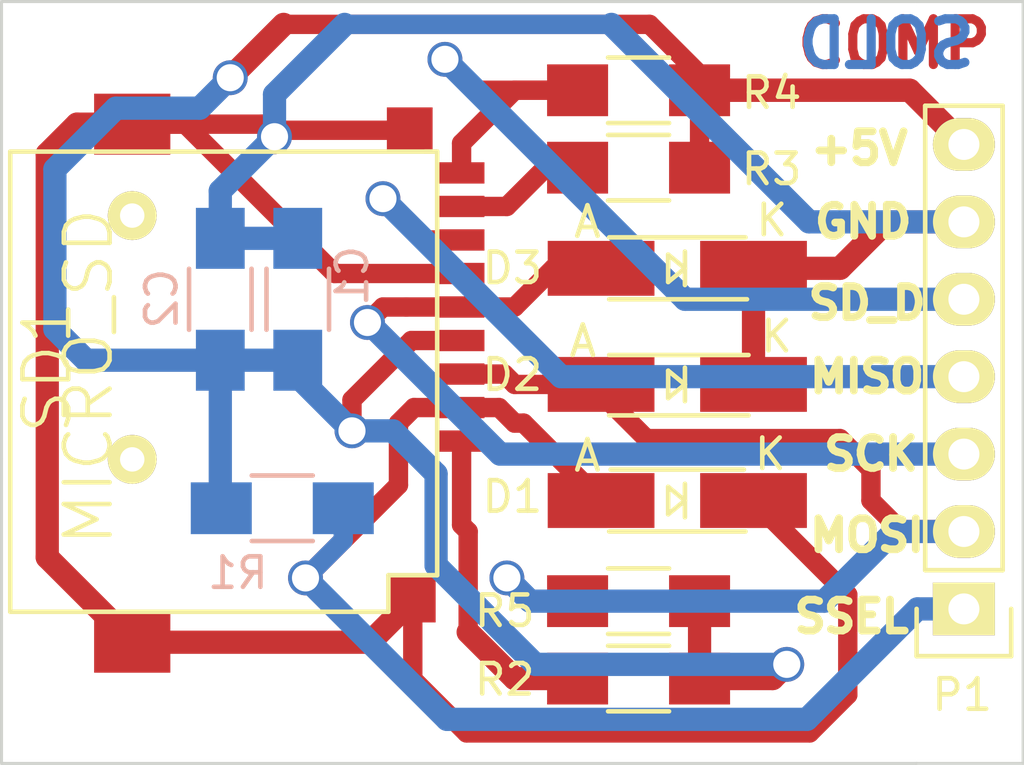
<source format=kicad_pcb>
(kicad_pcb (version 4) (host pcbnew "(2015-01-16 BZR 5376)-product")

  (general
    (links 31)
    (no_connects 0)
    (area 111.991286 54.433 151.720334 80.545)
    (thickness 1.6)
    (drawings 17)
    (tracks 142)
    (zones 0)
    (modules 12)
    (nets 10)
  )

  (page A4)
  (layers
    (0 F.Cu signal)
    (31 B.Cu signal)
    (32 B.Adhes user)
    (33 F.Adhes user)
    (34 B.Paste user)
    (35 F.Paste user)
    (36 B.SilkS user)
    (37 F.SilkS user)
    (38 B.Mask user)
    (39 F.Mask user)
    (40 Dwgs.User user)
    (41 Cmts.User user)
    (42 Eco1.User user)
    (43 Eco2.User user)
    (44 Edge.Cuts user)
    (45 Margin user)
    (46 B.CrtYd user)
    (47 F.CrtYd user)
    (48 B.Fab user)
    (49 F.Fab user)
  )

  (setup
    (last_trace_width 0.254)
    (user_trace_width 0.3048)
    (user_trace_width 0.381)
    (user_trace_width 0.508)
    (user_trace_width 0.635)
    (user_trace_width 0.762)
    (trace_clearance 0.254)
    (zone_clearance 0.508)
    (zone_45_only no)
    (trace_min 0.254)
    (segment_width 0.2)
    (edge_width 0.1)
    (via_size 0.889)
    (via_drill 0.635)
    (via_min_size 0.889)
    (via_min_drill 0.508)
    (user_via 1.143 0.889)
    (uvia_size 0.508)
    (uvia_drill 0.127)
    (uvias_allowed no)
    (uvia_min_size 0.508)
    (uvia_min_drill 0.127)
    (pcb_text_width 0.3)
    (pcb_text_size 1.5 1.5)
    (mod_edge_width 0.15)
    (mod_text_size 1 1)
    (mod_text_width 0.15)
    (pad_size 1.6 1.6)
    (pad_drill 0.8)
    (pad_to_mask_clearance 0)
    (aux_axis_origin 0 0)
    (visible_elements 7FFFFFFF)
    (pcbplotparams
      (layerselection 0x00000_80000001)
      (usegerberextensions false)
      (excludeedgelayer false)
      (linewidth 0.100000)
      (plotframeref false)
      (viasonmask false)
      (mode 1)
      (useauxorigin false)
      (hpglpennumber 1)
      (hpglpenspeed 20)
      (hpglpendiameter 15)
      (hpglpenoverlay 2)
      (psnegative false)
      (psa4output false)
      (plotreference true)
      (plotvalue true)
      (plotinvisibletext false)
      (padsonsilk false)
      (subtractmaskfromsilk false)
      (outputformat 2)
      (mirror false)
      (drillshape 0)
      (scaleselection 1)
      (outputdirectory C:/Users/exploreembedded/Desktop/))
  )

  (net 0 "")
  (net 1 GND)
  (net 2 /SSEL)
  (net 3 /MOSI)
  (net 4 /SCK)
  (net 5 /MISO)
  (net 6 /SD_DETECT)
  (net 7 "Net-(R4-Pad1)")
  (net 8 "Net-(R5-Pad1)")
  (net 9 5V)

  (net_class Default "This is the default net class."
    (clearance 0.254)
    (trace_width 0.254)
    (via_dia 0.889)
    (via_drill 0.635)
    (uvia_dia 0.508)
    (uvia_drill 0.127)
    (add_net /MISO)
    (add_net /MOSI)
    (add_net /SCK)
    (add_net /SD_DETECT)
    (add_net /SSEL)
    (add_net 5V)
    (add_net GND)
    (add_net "Net-(R4-Pad1)")
    (add_net "Net-(R5-Pad1)")
  )

  (module Diodes_SMD:Diode-SMA_Handsoldering (layer F.Cu) (tedit 5591065C) (tstamp 558F9C27)
    (at 137.16 63.754 180)
    (descr "Diode SMA Handsoldering")
    (tags "Diode SMA Handsoldering")
    (path /558F91DB)
    (attr smd)
    (fp_text reference D3 (at 5.41 0.004 180) (layer F.SilkS)
      (effects (font (size 1 1) (thickness 0.15)))
    )
    (fp_text value ZENER (at 0.05 4.4 180) (layer F.Fab) hide
      (effects (font (size 1 1) (thickness 0.15)))
    )
    (fp_line (start -2.2352 1.016) (end 2.2352 1.016) (layer F.SilkS) (width 0.15))
    (fp_line (start -2.286 -1.016) (end 2.2352 -1.016) (layer F.SilkS) (width 0.15))
    (fp_line (start -4.5 -2) (end 4.5 -2) (layer F.CrtYd) (width 0.05))
    (fp_line (start 4.5 -2) (end 4.5 2) (layer F.CrtYd) (width 0.05))
    (fp_line (start 4.5 2) (end -4.5 2) (layer F.CrtYd) (width 0.05))
    (fp_line (start -4.5 2) (end -4.5 -2) (layer F.CrtYd) (width 0.05))
    (fp_line (start -0.25 0) (end 0.3 -0.45) (layer F.SilkS) (width 0.15))
    (fp_line (start 0.3 -0.45) (end 0.3 0.45) (layer F.SilkS) (width 0.15))
    (fp_line (start 0.3 0.45) (end -0.25 0) (layer F.SilkS) (width 0.15))
    (fp_line (start -0.25 -0.55) (end -0.25 0.55) (layer F.SilkS) (width 0.15))
    (fp_text user K (at -3.0988 1.5748 180) (layer F.SilkS)
      (effects (font (size 1 1) (thickness 0.15)))
    )
    (fp_text user A (at 2.9464 1.524 180) (layer F.SilkS)
      (effects (font (size 1 1) (thickness 0.15)))
    )
    (pad 1 smd rect (at -2.49936 0 180) (size 3.50012 1.80086) (layers F.Cu F.Paste F.Mask)
      (net 1 GND))
    (pad 2 smd rect (at 2.49936 0 180) (size 3.50012 1.80086) (layers F.Cu F.Paste F.Mask)
      (net 4 /SCK))
    (model Diodes_SMD.3dshapes/Diode-SMA_Handsoldering.wrl
      (at (xyz 0 0 0))
      (scale (xyz 0.3937 0.3937 0.3937))
      (rotate (xyz 0 0 180))
    )
  )

  (module Diodes_SMD:Diode-SMA_Handsoldering (layer F.Cu) (tedit 55910666) (tstamp 558F9BF7)
    (at 137.16 71.374 180)
    (descr "Diode SMA Handsoldering")
    (tags "Diode SMA Handsoldering")
    (path /558F91DD)
    (attr smd)
    (fp_text reference D1 (at 5.41 0.124 180) (layer F.SilkS)
      (effects (font (size 1 1) (thickness 0.15)))
    )
    (fp_text value ZENER (at 0.05 4.4 180) (layer F.Fab) hide
      (effects (font (size 1 1) (thickness 0.15)))
    )
    (fp_line (start -2.1844 1.016) (end 2.1844 1.016) (layer F.SilkS) (width 0.15))
    (fp_line (start -2.2352 -1.016) (end 2.2352 -1.016) (layer F.SilkS) (width 0.15))
    (fp_line (start -4.5 -2) (end 4.5 -2) (layer F.CrtYd) (width 0.05))
    (fp_line (start 4.5 -2) (end 4.5 2) (layer F.CrtYd) (width 0.05))
    (fp_line (start 4.5 2) (end -4.5 2) (layer F.CrtYd) (width 0.05))
    (fp_line (start -4.5 2) (end -4.5 -2) (layer F.CrtYd) (width 0.05))
    (fp_line (start -0.25 0) (end 0.3 -0.45) (layer F.SilkS) (width 0.15))
    (fp_line (start 0.3 -0.45) (end 0.3 0.45) (layer F.SilkS) (width 0.15))
    (fp_line (start 0.3 0.45) (end -0.25 0) (layer F.SilkS) (width 0.15))
    (fp_line (start -0.25 -0.55) (end -0.25 0.55) (layer F.SilkS) (width 0.15))
    (fp_text user K (at -3.048 1.524 180) (layer F.SilkS)
      (effects (font (size 1 1) (thickness 0.15)))
    )
    (fp_text user A (at 2.9464 1.4732 180) (layer F.SilkS)
      (effects (font (size 1 1) (thickness 0.15)))
    )
    (pad 1 smd rect (at -2.49936 0 180) (size 3.50012 1.80086) (layers F.Cu F.Paste F.Mask)
      (net 1 GND))
    (pad 2 smd rect (at 2.49936 0 180) (size 3.50012 1.80086) (layers F.Cu F.Paste F.Mask)
      (net 2 /SSEL))
    (model Diodes_SMD.3dshapes/Diode-SMA_Handsoldering.wrl
      (at (xyz 0 0 0))
      (scale (xyz 0.3937 0.3937 0.3937))
      (rotate (xyz 0 0 180))
    )
  )

  (module Diodes_SMD:Diode-SMA_Handsoldering (layer F.Cu) (tedit 55910660) (tstamp 558F9C0F)
    (at 137.16 67.564 180)
    (descr "Diode SMA Handsoldering")
    (tags "Diode SMA Handsoldering")
    (path /558F91DC)
    (attr smd)
    (fp_text reference D2 (at 5.41 0.314 180) (layer F.SilkS)
      (effects (font (size 1 1) (thickness 0.15)))
    )
    (fp_text value ZENER (at 0.05 4.4 180) (layer F.Fab) hide
      (effects (font (size 1 1) (thickness 0.15)))
    )
    (fp_line (start -2.3368 0.9652) (end 2.2352 0.9652) (layer F.SilkS) (width 0.15))
    (fp_line (start -2.3368 -1.016) (end 2.2352 -1.016) (layer F.SilkS) (width 0.15))
    (fp_line (start -4.5 -2) (end 4.5 -2) (layer F.CrtYd) (width 0.05))
    (fp_line (start 4.5 -2) (end 4.5 2) (layer F.CrtYd) (width 0.05))
    (fp_line (start 4.5 2) (end -4.5 2) (layer F.CrtYd) (width 0.05))
    (fp_line (start -4.5 2) (end -4.5 -2) (layer F.CrtYd) (width 0.05))
    (fp_line (start -0.25 0) (end 0.3 -0.45) (layer F.SilkS) (width 0.15))
    (fp_line (start 0.3 -0.45) (end 0.3 0.45) (layer F.SilkS) (width 0.15))
    (fp_line (start 0.3 0.45) (end -0.25 0) (layer F.SilkS) (width 0.15))
    (fp_line (start -0.25 -0.55) (end -0.25 0.55) (layer F.SilkS) (width 0.15))
    (fp_text user K (at -3.2512 1.5748 180) (layer F.SilkS)
      (effects (font (size 1 1) (thickness 0.15)))
    )
    (fp_text user A (at 3.0988 1.4224 180) (layer F.SilkS)
      (effects (font (size 1 1) (thickness 0.15)))
    )
    (pad 1 smd rect (at -2.49936 0 180) (size 3.50012 1.80086) (layers F.Cu F.Paste F.Mask)
      (net 1 GND))
    (pad 2 smd rect (at 2.49936 0 180) (size 3.50012 1.80086) (layers F.Cu F.Paste F.Mask)
      (net 3 /MOSI))
    (model Diodes_SMD.3dshapes/Diode-SMA_Handsoldering.wrl
      (at (xyz 0 0 0))
      (scale (xyz 0.3937 0.3937 0.3937))
      (rotate (xyz 0 0 180))
    )
  )

  (module Capacitors_SMD:C_1206_HandSoldering (layer B.Cu) (tedit 55910692) (tstamp 558F9BD3)
    (at 124.714 64.77 90)
    (descr "Capacitor SMD 1206, hand soldering")
    (tags "capacitor 1206")
    (path /558F91D3)
    (attr smd)
    (fp_text reference C1 (at 0.77 1.786 90) (layer B.SilkS)
      (effects (font (size 1 1) (thickness 0.15)) (justify mirror))
    )
    (fp_text value 100nF (at 0 -2.3 90) (layer B.Fab) hide
      (effects (font (size 1 1) (thickness 0.15)) (justify mirror))
    )
    (fp_line (start -3.3 1.15) (end 3.3 1.15) (layer B.CrtYd) (width 0.05))
    (fp_line (start -3.3 -1.15) (end 3.3 -1.15) (layer B.CrtYd) (width 0.05))
    (fp_line (start -3.3 1.15) (end -3.3 -1.15) (layer B.CrtYd) (width 0.05))
    (fp_line (start 3.3 1.15) (end 3.3 -1.15) (layer B.CrtYd) (width 0.05))
    (fp_line (start 1 1.025) (end -1 1.025) (layer B.SilkS) (width 0.15))
    (fp_line (start -1 -1.025) (end 1 -1.025) (layer B.SilkS) (width 0.15))
    (pad 1 smd rect (at -2 0 90) (size 2 1.6) (layers B.Cu B.Paste B.Mask)
      (net 9 5V))
    (pad 2 smd rect (at 2 0 90) (size 2 1.6) (layers B.Cu B.Paste B.Mask)
      (net 1 GND))
    (model Capacitors_SMD.3dshapes/C_1206_HandSoldering.wrl
      (at (xyz 0 0 0))
      (scale (xyz 1 1 1))
      (rotate (xyz 0 0 0))
    )
  )

  (module Capacitors_SMD:C_1206_HandSoldering (layer B.Cu) (tedit 559106A1) (tstamp 55910707)
    (at 122.174 64.77 90)
    (descr "Capacitor SMD 1206, hand soldering")
    (tags "capacitor 1206")
    (path /558F91D4)
    (attr smd)
    (fp_text reference C2 (at 0.02 -1.924 90) (layer B.SilkS)
      (effects (font (size 1 1) (thickness 0.15)) (justify mirror))
    )
    (fp_text value 10uF (at 0 -2.3 90) (layer B.Fab) hide
      (effects (font (size 1 1) (thickness 0.15)) (justify mirror))
    )
    (fp_line (start -3.3 1.15) (end 3.3 1.15) (layer B.CrtYd) (width 0.05))
    (fp_line (start -3.3 -1.15) (end 3.3 -1.15) (layer B.CrtYd) (width 0.05))
    (fp_line (start -3.3 1.15) (end -3.3 -1.15) (layer B.CrtYd) (width 0.05))
    (fp_line (start 3.3 1.15) (end 3.3 -1.15) (layer B.CrtYd) (width 0.05))
    (fp_line (start 1 1.025) (end -1 1.025) (layer B.SilkS) (width 0.15))
    (fp_line (start -1 -1.025) (end 1 -1.025) (layer B.SilkS) (width 0.15))
    (pad 1 smd rect (at -2 0 90) (size 2 1.6) (layers B.Cu B.Paste B.Mask)
      (net 9 5V))
    (pad 2 smd rect (at 2 0 90) (size 2 1.6) (layers B.Cu B.Paste B.Mask)
      (net 1 GND))
    (model Capacitors_SMD.3dshapes/C_1206_HandSoldering.wrl
      (at (xyz 0 0 0))
      (scale (xyz 1 1 1))
      (rotate (xyz 0 0 0))
    )
  )

  (module Pin_Headers:Pin_Header_Straight_1x07 (layer F.Cu) (tedit 55910683) (tstamp 558F9C3D)
    (at 146.558 74.93 180)
    (descr "Through hole pin header")
    (tags "pin header")
    (path /558F9B9C)
    (fp_text reference P1 (at 0.058 -2.82 180) (layer F.SilkS)
      (effects (font (size 1 1) (thickness 0.15)))
    )
    (fp_text value CONN_01X07 (at 0 -3.1 180) (layer F.Fab) hide
      (effects (font (size 1 1) (thickness 0.15)))
    )
    (fp_line (start -1.75 -1.75) (end -1.75 17) (layer F.CrtYd) (width 0.05))
    (fp_line (start 1.75 -1.75) (end 1.75 17) (layer F.CrtYd) (width 0.05))
    (fp_line (start -1.75 -1.75) (end 1.75 -1.75) (layer F.CrtYd) (width 0.05))
    (fp_line (start -1.75 17) (end 1.75 17) (layer F.CrtYd) (width 0.05))
    (fp_line (start 1.27 1.27) (end 1.27 16.51) (layer F.SilkS) (width 0.15))
    (fp_line (start 1.27 16.51) (end -1.27 16.51) (layer F.SilkS) (width 0.15))
    (fp_line (start -1.27 16.51) (end -1.27 1.27) (layer F.SilkS) (width 0.15))
    (fp_line (start 1.55 -1.55) (end 1.55 0) (layer F.SilkS) (width 0.15))
    (fp_line (start 1.27 1.27) (end -1.27 1.27) (layer F.SilkS) (width 0.15))
    (fp_line (start -1.55 0) (end -1.55 -1.55) (layer F.SilkS) (width 0.15))
    (fp_line (start -1.55 -1.55) (end 1.55 -1.55) (layer F.SilkS) (width 0.15))
    (pad 1 thru_hole rect (at 0 0 180) (size 2.032 1.7272) (drill 1.016) (layers *.Cu *.Mask F.SilkS)
      (net 2 /SSEL))
    (pad 2 thru_hole oval (at 0 2.54 180) (size 2.032 1.7272) (drill 1.016) (layers *.Cu *.Mask F.SilkS)
      (net 3 /MOSI))
    (pad 3 thru_hole oval (at 0 5.08 180) (size 2.032 1.7272) (drill 1.016) (layers *.Cu *.Mask F.SilkS)
      (net 4 /SCK))
    (pad 4 thru_hole oval (at 0 7.62 180) (size 2.032 1.7272) (drill 1.016) (layers *.Cu *.Mask F.SilkS)
      (net 5 /MISO))
    (pad 5 thru_hole oval (at 0 10.16 180) (size 2.032 1.7272) (drill 1.016) (layers *.Cu *.Mask F.SilkS)
      (net 6 /SD_DETECT))
    (pad 6 thru_hole oval (at 0 12.7 180) (size 2.032 1.7272) (drill 1.016) (layers *.Cu *.Mask F.SilkS)
      (net 1 GND))
    (pad 7 thru_hole oval (at 0 15.24 180) (size 2.032 1.7272) (drill 1.016) (layers *.Cu *.Mask F.SilkS)
      (net 9 5V))
    (model Pin_Headers.3dshapes/Pin_Header_Straight_1x07.wrl
      (at (xyz 0 -0.3 0))
      (scale (xyz 1 1 1))
      (rotate (xyz 0 0 90))
    )
  )

  (module Resistors_SMD:R_1206_HandSoldering (layer B.Cu) (tedit 559106AF) (tstamp 558F9C49)
    (at 124.206 71.628)
    (descr "Resistor SMD 1206, hand soldering")
    (tags "resistor 1206")
    (path /558F91E0)
    (attr smd)
    (fp_text reference R1 (at -1.456 2.122) (layer B.SilkS)
      (effects (font (size 1 1) (thickness 0.15)) (justify mirror))
    )
    (fp_text value 10k (at 0 -2.3) (layer B.Fab) hide
      (effects (font (size 1 1) (thickness 0.15)) (justify mirror))
    )
    (fp_line (start -3.3 1.2) (end 3.3 1.2) (layer B.CrtYd) (width 0.05))
    (fp_line (start -3.3 -1.2) (end 3.3 -1.2) (layer B.CrtYd) (width 0.05))
    (fp_line (start -3.3 1.2) (end -3.3 -1.2) (layer B.CrtYd) (width 0.05))
    (fp_line (start 3.3 1.2) (end 3.3 -1.2) (layer B.CrtYd) (width 0.05))
    (fp_line (start 1 -1.075) (end -1 -1.075) (layer B.SilkS) (width 0.15))
    (fp_line (start -1 1.075) (end 1 1.075) (layer B.SilkS) (width 0.15))
    (pad 1 smd rect (at -2 0) (size 2 1.7) (layers B.Cu B.Paste B.Mask)
      (net 9 5V))
    (pad 2 smd rect (at 2 0) (size 2 1.7) (layers B.Cu B.Paste B.Mask)
      (net 2 /SSEL))
    (model Resistors_SMD.3dshapes/R_1206_HandSoldering.wrl
      (at (xyz 0 0 0))
      (scale (xyz 1 1 1))
      (rotate (xyz 0 0 0))
    )
  )

  (module Resistors_SMD:R_1206_HandSoldering (layer F.Cu) (tedit 55910641) (tstamp 558F9C55)
    (at 135.89 74.676 180)
    (descr "Resistor SMD 1206, hand soldering")
    (tags "resistor 1206")
    (path /558F91DF)
    (attr smd)
    (fp_text reference R2 (at 4.39 -2.574 180) (layer F.SilkS)
      (effects (font (size 1 1) (thickness 0.15)))
    )
    (fp_text value 10k (at 0 2.3 180) (layer F.Fab) hide
      (effects (font (size 1 1) (thickness 0.15)))
    )
    (fp_line (start -3.3 -1.2) (end 3.3 -1.2) (layer F.CrtYd) (width 0.05))
    (fp_line (start -3.3 1.2) (end 3.3 1.2) (layer F.CrtYd) (width 0.05))
    (fp_line (start -3.3 -1.2) (end -3.3 1.2) (layer F.CrtYd) (width 0.05))
    (fp_line (start 3.3 -1.2) (end 3.3 1.2) (layer F.CrtYd) (width 0.05))
    (fp_line (start 1 1.075) (end -1 1.075) (layer F.SilkS) (width 0.15))
    (fp_line (start -1 -1.075) (end 1 -1.075) (layer F.SilkS) (width 0.15))
    (pad 1 smd rect (at -2 0 180) (size 2 1.7) (layers F.Cu F.Paste F.Mask)
      (net 9 5V))
    (pad 2 smd rect (at 2 0 180) (size 2 1.7) (layers F.Cu F.Paste F.Mask)
      (net 3 /MOSI))
    (model Resistors_SMD.3dshapes/R_1206_HandSoldering.wrl
      (at (xyz 0 0 0))
      (scale (xyz 1 1 1))
      (rotate (xyz 0 0 0))
    )
  )

  (module Resistors_SMD:R_1206_HandSoldering (layer F.Cu) (tedit 55910624) (tstamp 558F9C61)
    (at 135.89 57.912 180)
    (descr "Resistor SMD 1206, hand soldering")
    (tags "resistor 1206")
    (path /558F91D6)
    (attr smd)
    (fp_text reference R3 (at -4.36 -2.588 180) (layer F.SilkS)
      (effects (font (size 1 1) (thickness 0.15)))
    )
    (fp_text value 1K (at 0 2.3 180) (layer F.Fab) hide
      (effects (font (size 1 1) (thickness 0.15)))
    )
    (fp_line (start -3.3 -1.2) (end 3.3 -1.2) (layer F.CrtYd) (width 0.05))
    (fp_line (start -3.3 1.2) (end 3.3 1.2) (layer F.CrtYd) (width 0.05))
    (fp_line (start -3.3 -1.2) (end -3.3 1.2) (layer F.CrtYd) (width 0.05))
    (fp_line (start 3.3 -1.2) (end 3.3 1.2) (layer F.CrtYd) (width 0.05))
    (fp_line (start 1 1.075) (end -1 1.075) (layer F.SilkS) (width 0.15))
    (fp_line (start -1 -1.075) (end 1 -1.075) (layer F.SilkS) (width 0.15))
    (pad 1 smd rect (at -2 0 180) (size 2 1.7) (layers F.Cu F.Paste F.Mask)
      (net 9 5V))
    (pad 2 smd rect (at 2 0 180) (size 2 1.7) (layers F.Cu F.Paste F.Mask)
      (net 6 /SD_DETECT))
    (model Resistors_SMD.3dshapes/R_1206_HandSoldering.wrl
      (at (xyz 0 0 0))
      (scale (xyz 1 1 1))
      (rotate (xyz 0 0 0))
    )
  )

  (module Resistors_SMD:R_1206_HandSoldering (layer F.Cu) (tedit 55910627) (tstamp 558F9C6D)
    (at 135.89 60.452)
    (descr "Resistor SMD 1206, hand soldering")
    (tags "resistor 1206")
    (path /558F91D7)
    (attr smd)
    (fp_text reference R4 (at 4.36 -2.452) (layer F.SilkS)
      (effects (font (size 1 1) (thickness 0.15)))
    )
    (fp_text value 33K (at 0 2.3) (layer F.Fab) hide
      (effects (font (size 1 1) (thickness 0.15)))
    )
    (fp_line (start -3.3 -1.2) (end 3.3 -1.2) (layer F.CrtYd) (width 0.05))
    (fp_line (start -3.3 1.2) (end 3.3 1.2) (layer F.CrtYd) (width 0.05))
    (fp_line (start -3.3 -1.2) (end -3.3 1.2) (layer F.CrtYd) (width 0.05))
    (fp_line (start 3.3 -1.2) (end 3.3 1.2) (layer F.CrtYd) (width 0.05))
    (fp_line (start 1 1.075) (end -1 1.075) (layer F.SilkS) (width 0.15))
    (fp_line (start -1 -1.075) (end 1 -1.075) (layer F.SilkS) (width 0.15))
    (pad 1 smd rect (at -2 0) (size 2 1.7) (layers F.Cu F.Paste F.Mask)
      (net 7 "Net-(R4-Pad1)"))
    (pad 2 smd rect (at 2 0) (size 2 1.7) (layers F.Cu F.Paste F.Mask)
      (net 9 5V))
    (model Resistors_SMD.3dshapes/R_1206_HandSoldering.wrl
      (at (xyz 0 0 0))
      (scale (xyz 1 1 1))
      (rotate (xyz 0 0 0))
    )
  )

  (module Resistors_SMD:R_1206_HandSoldering (layer F.Cu) (tedit 55910647) (tstamp 558F9C79)
    (at 135.89 77.216)
    (descr "Resistor SMD 1206, hand soldering")
    (tags "resistor 1206")
    (path /558F91D8)
    (attr smd)
    (fp_text reference R5 (at -4.39 -2.216) (layer F.SilkS)
      (effects (font (size 1 1) (thickness 0.15)))
    )
    (fp_text value 33K (at 0 2.3) (layer F.Fab) hide
      (effects (font (size 1 1) (thickness 0.15)))
    )
    (fp_line (start -3.3 -1.2) (end 3.3 -1.2) (layer F.CrtYd) (width 0.05))
    (fp_line (start -3.3 1.2) (end 3.3 1.2) (layer F.CrtYd) (width 0.05))
    (fp_line (start -3.3 -1.2) (end -3.3 1.2) (layer F.CrtYd) (width 0.05))
    (fp_line (start 3.3 -1.2) (end 3.3 1.2) (layer F.CrtYd) (width 0.05))
    (fp_line (start 1 1.075) (end -1 1.075) (layer F.SilkS) (width 0.15))
    (fp_line (start -1 -1.075) (end 1 -1.075) (layer F.SilkS) (width 0.15))
    (pad 1 smd rect (at -2 0) (size 2 1.7) (layers F.Cu F.Paste F.Mask)
      (net 8 "Net-(R5-Pad1)"))
    (pad 2 smd rect (at 2 0) (size 2 1.7) (layers F.Cu F.Paste F.Mask)
      (net 9 5V))
    (model Resistors_SMD.3dshapes/R_1206_HandSoldering.wrl
      (at (xyz 0 0 0))
      (scale (xyz 1 1 1))
      (rotate (xyz 0 0 0))
    )
  )

  (module ee:Micro_SD (layer F.Cu) (tedit 559109A7) (tstamp 558F9C94)
    (at 129.286 65.024 270)
    (path /558F91D2)
    (fp_text reference SD1 (at 1.976 12.786 270) (layer F.SilkS)
      (effects (font (size 1.5 1.5) (thickness 0.15)))
    )
    (fp_text value MICRO_SD (at 2.286 11.43 270) (layer F.SilkS)
      (effects (font (size 1.5 1.5) (thickness 0.15)))
    )
    (fp_line (start 10 14) (end -5.1 14) (layer F.SilkS) (width 0.15))
    (fp_line (start 10 1.6) (end 10 14) (layer F.SilkS) (width 0.15))
    (fp_line (start 8.8 1.6) (end 10 1.6) (layer F.SilkS) (width 0.15))
    (fp_line (start 8.8 0) (end 8.8 1.6) (layer F.SilkS) (width 0.15))
    (fp_line (start -5.1 0) (end -5.1 14) (layer F.SilkS) (width 0.15))
    (fp_line (start 2.2 0) (end -5.1 0) (layer F.SilkS) (width 0.15))
    (fp_line (start -5.1 0) (end -5.1 0.4) (layer F.SilkS) (width 0.15))
    (fp_line (start 2.2 0) (end 8.8 0) (layer F.SilkS) (width 0.15))
    (pad 1 smd rect (at 4.4 -0.8 270) (size 0.7 1.5) (layers F.Cu F.Paste F.Mask)
      (net 8 "Net-(R5-Pad1)"))
    (pad 2 smd rect (at 3.3 -0.8 270) (size 0.7 1.5) (layers F.Cu F.Paste F.Mask)
      (net 2 /SSEL))
    (pad 3 smd rect (at 2.2 -0.8 270) (size 0.7 1.5) (layers F.Cu F.Paste F.Mask)
      (net 3 /MOSI))
    (pad 4 smd rect (at 1.1 -0.8 270) (size 0.7 1.5) (layers F.Cu F.Paste F.Mask)
      (net 9 5V))
    (pad 5 smd rect (at 0 -0.8 270) (size 0.7 1.5) (layers F.Cu F.Paste F.Mask)
      (net 4 /SCK))
    (pad 6 smd rect (at -1.1 -0.8 270) (size 0.7 1.5) (layers F.Cu F.Paste F.Mask)
      (net 1 GND))
    (pad 7 smd rect (at -2.2 -0.8 270) (size 0.7 1.5) (layers F.Cu F.Paste F.Mask)
      (net 5 /MISO))
    (pad 8 smd rect (at -3.3 -0.8 270) (size 0.7 1.5) (layers F.Cu F.Paste F.Mask)
      (net 7 "Net-(R4-Pad1)"))
    (pad 9 smd rect (at -4.4 -0.8 270) (size 0.7 1.5) (layers F.Cu F.Paste F.Mask)
      (net 6 /SD_DETECT))
    (pad 10 smd rect (at -5.8 0.9 270) (size 1.5 1.5) (layers F.Cu F.Paste F.Mask)
      (net 1 GND))
    (pad 11 smd rect (at 9.6 0.8 270) (size 1.5 1.5) (layers F.Cu F.Paste F.Mask)
      (net 1 GND))
    (pad 12 smd rect (at -6 10 270) (size 2 2.5) (layers F.Cu F.Paste F.Mask)
      (net 1 GND))
    (pad 13 smd rect (at 11 10 270) (size 2 2.5) (layers F.Cu F.Paste F.Mask)
      (net 1 GND))
    (pad "" thru_hole circle (at -3 10 270) (size 1.6 1.6) (drill 0.8) (layers *.Cu *.Mask F.SilkS))
    (pad "" thru_hole circle (at 5 10 270) (size 1.6 1.6) (drill 0.8) (layers *.Cu *.Mask F.SilkS))
  )

  (gr_text SOLD (at 144.018 56.388) (layer B.Cu)
    (effects (font (size 1.5 1.5) (thickness 0.3)) (justify mirror))
  )
  (gr_text COMP (at 144.272 56.388) (layer F.Cu)
    (effects (font (size 1.5 1.5) (thickness 0.3)))
  )
  (gr_text SSEL (at 142.875 75.184) (layer F.SilkS)
    (effects (font (size 1.016 1.016) (thickness 0.254)))
  )
  (gr_text MOSI (at 143.383 72.517) (layer F.SilkS)
    (effects (font (size 1.016 1.016) (thickness 0.254)))
  )
  (gr_text SCK (at 143.51 69.85) (layer F.SilkS)
    (effects (font (size 1.016 1.016) (thickness 0.254)))
  )
  (gr_text MISO (at 143.383 67.31) (layer F.SilkS)
    (effects (font (size 1.016 1.016) (thickness 0.254)))
  )
  (gr_text SD_D (at 143.383 64.897) (layer F.SilkS)
    (effects (font (size 1.016 1.016) (thickness 0.254)))
  )
  (gr_text GND (at 143.256 62.23) (layer F.SilkS)
    (effects (font (size 1.016 1.016) (thickness 0.254)))
  )
  (gr_text +5V (at 143.129 59.817) (layer F.SilkS)
    (effects (font (size 1.016 1.016) (thickness 0.254)))
  )
  (gr_line (start 148.5 80) (end 145 80) (angle 90) (layer Edge.Cuts) (width 0.1))
  (gr_line (start 148.5 55) (end 148.5 80) (angle 90) (layer Edge.Cuts) (width 0.1))
  (gr_line (start 145 55) (end 148.5 55) (angle 90) (layer Edge.Cuts) (width 0.1))
  (gr_line (start 115 55) (end 145 55) (angle 90) (layer Edge.Cuts) (width 0.1))
  (gr_line (start 115 60) (end 115 55) (angle 90) (layer Edge.Cuts) (width 0.1))
  (gr_line (start 115 70) (end 115 60) (angle 90) (layer Edge.Cuts) (width 0.1))
  (gr_line (start 115 80) (end 115 70) (angle 90) (layer Edge.Cuts) (width 0.1))
  (gr_line (start 145 80) (end 115 80) (angle 90) (layer Edge.Cuts) (width 0.1))

  (segment (start 123.54 59.024) (end 123.952 59.436) (width 0.635) (layer F.Cu) (net 1) (tstamp 55900363))
  (segment (start 124.164 59.224) (end 123.952 59.436) (width 0.635) (layer F.Cu) (net 1) (tstamp 55900351))
  (via (at 123.952 59.436) (size 1.143) (drill 0.889) (layers F.Cu B.Cu) (net 1))
  (segment (start 123.952 59.436) (end 122.174 61.214) (width 0.635) (layer B.Cu) (net 1) (tstamp 55900354))
  (segment (start 144.02 62.23) (end 142.496 63.754) (width 0.635) (layer F.Cu) (net 1) (tstamp 559102FE))
  (segment (start 146.558 62.23) (end 144.02 62.23) (width 0.635) (layer F.Cu) (net 1))
  (segment (start 124.164 59.224) (end 123.952 59.436) (width 0.635) (layer F.Cu) (net 1) (tstamp 55910382))
  (segment (start 128.386 59.224) (end 124.164 59.224) (width 0.635) (layer F.Cu) (net 1))
  (segment (start 123.54 59.024) (end 123.952 59.436) (width 0.635) (layer F.Cu) (net 1) (tstamp 55910385))
  (segment (start 119.286 59.024) (end 123.54 59.024) (width 0.635) (layer F.Cu) (net 1))
  (segment (start 122.174 61.214) (end 123.952 59.436) (width 0.762) (layer B.Cu) (net 1) (tstamp 55910389))
  (segment (start 122.174 62.77) (end 122.174 61.214) (width 0.762) (layer B.Cu) (net 1))
  (segment (start 124.714 62.77) (end 122.174 62.77) (width 0.762) (layer B.Cu) (net 1))
  (segment (start 142.496 63.754) (end 144.02 62.23) (width 0.635) (layer F.Cu) (net 1) (tstamp 559103EE))
  (segment (start 139.65936 63.754) (end 142.496 63.754) (width 0.635) (layer F.Cu) (net 1))
  (segment (start 139.65936 71.374) (end 139.65936 71.40936) (width 0.635) (layer F.Cu) (net 1))
  (segment (start 125.924 63.924) (end 121.024 59.024) (width 0.635) (layer F.Cu) (net 1) (tstamp 55910454))
  (segment (start 121.024 59.024) (end 119.286 59.024) (width 0.635) (layer F.Cu) (net 1) (tstamp 55910459))
  (segment (start 130.086 63.924) (end 125.924 63.924) (width 0.635) (layer F.Cu) (net 1))
  (segment (start 142.75 74.46464) (end 139.65936 71.374) (width 0.635) (layer F.Cu) (net 1) (tstamp 55910494))
  (segment (start 142.75 77.75) (end 142.75 74.46464) (width 0.635) (layer F.Cu) (net 1) (tstamp 55910493))
  (segment (start 141.5 79) (end 142.75 77.75) (width 0.635) (layer F.Cu) (net 1) (tstamp 55910492))
  (segment (start 130.25 79) (end 141.5 79) (width 0.635) (layer F.Cu) (net 1) (tstamp 5591048F))
  (segment (start 128.486 77.236) (end 130.25 79) (width 0.635) (layer F.Cu) (net 1) (tstamp 55910484))
  (segment (start 128.486 74.624) (end 128.486 77.236) (width 0.635) (layer F.Cu) (net 1))
  (segment (start 127.086 76.024) (end 128.486 74.624) (width 0.762) (layer F.Cu) (net 1) (tstamp 5591049E))
  (segment (start 119.286 76.024) (end 127.086 76.024) (width 0.762) (layer F.Cu) (net 1))
  (segment (start 117.476 59.024) (end 116.5 60) (width 0.762) (layer F.Cu) (net 1) (tstamp 559104AD))
  (segment (start 116.5 60) (end 116.5 73.238) (width 0.762) (layer F.Cu) (net 1) (tstamp 559104AF))
  (segment (start 116.5 73.238) (end 119.286 76.024) (width 0.762) (layer F.Cu) (net 1) (tstamp 559104B1))
  (segment (start 119.286 59.024) (end 117.476 59.024) (width 0.762) (layer F.Cu) (net 1))
  (segment (start 142.496 63.754) (end 139.65936 63.754) (width 0.762) (layer F.Cu) (net 1) (tstamp 55910553))
  (segment (start 144.02 62.23) (end 142.496 63.754) (width 0.762) (layer F.Cu) (net 1) (tstamp 55910552))
  (segment (start 146.558 62.23) (end 144.02 62.23) (width 0.762) (layer F.Cu) (net 1))
  (segment (start 139.65936 63.754) (end 139.65936 67.564) (width 0.762) (layer F.Cu) (net 1))
  (segment (start 135 55.75) (end 126.25 55.75) (width 0.635) (layer B.Cu) (net 1) (tstamp 5591035A))
  (segment (start 141.48 62.23) (end 135 55.75) (width 0.635) (layer B.Cu) (net 1) (tstamp 55910358))
  (segment (start 123.952 58.048) (end 126.25 55.75) (width 0.762) (layer B.Cu) (net 1) (tstamp 559105D0))
  (segment (start 123.952 59.436) (end 123.952 58.048) (width 0.762) (layer B.Cu) (net 1))
  (segment (start 141.48 62.23) (end 135 55.75) (width 0.762) (layer B.Cu) (net 1) (tstamp 559107E2))
  (segment (start 146.558 62.23) (end 141.48 62.23) (width 0.762) (layer B.Cu) (net 1))
  (segment (start 146.558 74.93) (end 145.034 74.93) (width 0.762) (layer B.Cu) (net 2))
  (segment (start 129.608 78.554) (end 124.968 73.914) (width 0.762) (layer B.Cu) (net 2) (tstamp 5590069F))
  (segment (start 141.41 78.554) (end 129.608 78.554) (width 0.762) (layer B.Cu) (net 2) (tstamp 5590069D))
  (segment (start 145.034 74.93) (end 141.41 78.554) (width 0.762) (layer B.Cu) (net 2) (tstamp 5590069B))
  (segment (start 130.086 68.324) (end 128.526 68.324) (width 0.635) (layer F.Cu) (net 2))
  (segment (start 128.526 68.324) (end 128.016 68.834) (width 0.635) (layer F.Cu) (net 2) (tstamp 55900420))
  (segment (start 128.016 68.834) (end 128.016 70.866) (width 0.635) (layer F.Cu) (net 2) (tstamp 55900422))
  (segment (start 128.016 70.866) (end 124.968 73.914) (width 0.635) (layer F.Cu) (net 2) (tstamp 55900424))
  (via (at 124.968 73.914) (size 1.143) (drill 0.889) (layers F.Cu B.Cu) (net 2))
  (segment (start 126.206 72.676) (end 126.206 71.628) (width 0.635) (layer B.Cu) (net 2) (tstamp 55900429))
  (segment (start 124.968 73.914) (end 126.206 72.676) (width 0.635) (layer B.Cu) (net 2) (tstamp 55900428))
  (segment (start 130.086 68.324) (end 131.316 68.324) (width 0.635) (layer F.Cu) (net 2))
  (segment (start 132.12064 68.834) (end 134.66064 71.374) (width 0.635) (layer F.Cu) (net 2) (tstamp 55900390))
  (segment (start 131.826 68.834) (end 132.12064 68.834) (width 0.635) (layer F.Cu) (net 2) (tstamp 5590038F))
  (segment (start 131.316 68.324) (end 131.826 68.834) (width 0.635) (layer F.Cu) (net 2) (tstamp 5590038E))
  (segment (start 133.89 74.676) (end 132.334 74.676) (width 0.635) (layer F.Cu) (net 3))
  (segment (start 144.272 72.39) (end 146.558 72.39) (width 0.762) (layer B.Cu) (net 3) (tstamp 559006B8))
  (segment (start 141.986 74.676) (end 144.272 72.39) (width 0.762) (layer B.Cu) (net 3) (tstamp 559006B7))
  (segment (start 132.334 74.676) (end 141.986 74.676) (width 0.762) (layer B.Cu) (net 3) (tstamp 559006B6))
  (segment (start 131.572 73.914) (end 132.334 74.676) (width 0.762) (layer B.Cu) (net 3) (tstamp 559006B5))
  (via (at 131.572 73.914) (size 1.143) (drill 0.889) (layers F.Cu B.Cu) (net 3))
  (segment (start 132.334 74.676) (end 131.572 73.914) (width 0.635) (layer F.Cu) (net 3) (tstamp 559006AF))
  (segment (start 134.66064 67.564) (end 134.66064 67.85864) (width 0.635) (layer F.Cu) (net 3))
  (segment (start 134.66064 67.85864) (end 136.144 69.342) (width 0.635) (layer F.Cu) (net 3) (tstamp 55900386))
  (segment (start 144.526 72.39) (end 146.558 72.39) (width 0.762) (layer F.Cu) (net 3) (tstamp 5590038B))
  (segment (start 143.51 71.374) (end 144.526 72.39) (width 0.635) (layer F.Cu) (net 3) (tstamp 5590038A))
  (segment (start 143.51 70.358) (end 143.51 71.374) (width 0.635) (layer F.Cu) (net 3) (tstamp 55900389))
  (segment (start 142.494 69.342) (end 143.51 70.358) (width 0.635) (layer F.Cu) (net 3) (tstamp 55900388))
  (segment (start 136.144 69.342) (end 142.494 69.342) (width 0.635) (layer F.Cu) (net 3) (tstamp 55900387))
  (segment (start 130.086 67.224) (end 131.486 67.224) (width 0.635) (layer F.Cu) (net 3))
  (segment (start 131.826 67.564) (end 134.66064 67.564) (width 0.635) (layer F.Cu) (net 3) (tstamp 55900383))
  (segment (start 131.486 67.224) (end 131.826 67.564) (width 0.635) (layer F.Cu) (net 3) (tstamp 55900382))
  (segment (start 130.086 65.024) (end 128.27 65.024) (width 0.635) (layer F.Cu) (net 4) (tstamp 559003E5))
  (segment (start 127.508 65.024) (end 128.27 65.024) (width 0.635) (layer F.Cu) (net 4) (tstamp 55900405))
  (segment (start 127 65.532) (end 127.508 65.024) (width 0.635) (layer F.Cu) (net 4) (tstamp 55900404))
  (via (at 127 65.532) (size 1.143) (drill 0.889) (layers F.Cu B.Cu) (net 4))
  (segment (start 134.66064 63.754) (end 133.096 63.754) (width 0.635) (layer F.Cu) (net 4))
  (segment (start 133.096 63.754) (end 131.826 65.024) (width 0.635) (layer F.Cu) (net 4) (tstamp 5590037D))
  (segment (start 131.826 65.024) (end 130.086 65.024) (width 0.635) (layer F.Cu) (net 4) (tstamp 5590037F))
  (segment (start 127.032 65.532) (end 131.35 69.85) (width 0.762) (layer B.Cu) (net 4) (tstamp 55910591))
  (segment (start 131.35 69.85) (end 146.558 69.85) (width 0.762) (layer B.Cu) (net 4) (tstamp 55910592))
  (segment (start 127 65.532) (end 127.032 65.532) (width 0.762) (layer B.Cu) (net 4))
  (segment (start 128.864 62.824) (end 130.086 62.824) (width 0.635) (layer F.Cu) (net 5) (tstamp 559003D8))
  (segment (start 127.508 61.468) (end 128.864 62.824) (width 0.635) (layer F.Cu) (net 5) (tstamp 559003D7))
  (via (at 127.508 61.468) (size 1.143) (drill 0.889) (layers F.Cu B.Cu) (net 5))
  (segment (start 133.35 67.31) (end 127.508 61.468) (width 0.635) (layer B.Cu) (net 5) (tstamp 559003D0))
  (segment (start 133.35 67.31) (end 127.508 61.468) (width 0.762) (layer B.Cu) (net 5) (tstamp 559107DD))
  (segment (start 146.558 67.31) (end 133.35 67.31) (width 0.762) (layer B.Cu) (net 5))
  (segment (start 130.556 57.912) (end 133.89 57.912) (width 0.635) (layer F.Cu) (net 6) (tstamp 559003CD))
  (segment (start 129.54 56.896) (end 130.556 57.912) (width 0.635) (layer F.Cu) (net 6) (tstamp 559003CC))
  (via (at 129.54 56.896) (size 1.143) (drill 0.889) (layers F.Cu B.Cu) (net 6))
  (segment (start 137.414 64.77) (end 129.54 56.896) (width 0.635) (layer B.Cu) (net 6) (tstamp 559003C4))
  (segment (start 133.89 57.912) (end 131.826 57.912) (width 0.635) (layer F.Cu) (net 6))
  (segment (start 130.086 59.652) (end 130.086 60.624) (width 0.635) (layer F.Cu) (net 6) (tstamp 559003A8))
  (segment (start 131.826 57.912) (end 130.086 59.652) (width 0.635) (layer F.Cu) (net 6) (tstamp 559003A7))
  (segment (start 137.414 64.77) (end 129.54 56.896) (width 0.762) (layer B.Cu) (net 6) (tstamp 559107D8))
  (segment (start 146.558 64.77) (end 137.414 64.77) (width 0.762) (layer B.Cu) (net 6))
  (segment (start 133.89 60.452) (end 132.842 60.452) (width 0.635) (layer F.Cu) (net 7))
  (segment (start 131.57 61.724) (end 130.086 61.724) (width 0.635) (layer F.Cu) (net 7) (tstamp 559003A4))
  (segment (start 132.842 60.452) (end 131.57 61.724) (width 0.635) (layer F.Cu) (net 7) (tstamp 559003A3))
  (segment (start 130.086 69.424) (end 130.086 72.174) (width 0.635) (layer F.Cu) (net 8))
  (segment (start 131.826 77.216) (end 133.89 77.216) (width 0.762) (layer F.Cu) (net 8) (tstamp 55900397))
  (segment (start 130.302 75.692) (end 131.826 77.216) (width 0.762) (layer F.Cu) (net 8) (tstamp 55900396))
  (segment (start 130.302 72.39) (end 130.302 75.692) (width 0.635) (layer F.Cu) (net 8) (tstamp 55900395))
  (segment (start 130.086 72.174) (end 130.302 72.39) (width 0.635) (layer F.Cu) (net 8) (tstamp 55900393))
  (segment (start 130.086 66.124) (end 128.44 66.124) (width 0.635) (layer F.Cu) (net 9))
  (segment (start 126.492 69.088) (end 124.714 67.31) (width 0.762) (layer B.Cu) (net 9) (tstamp 5590040D))
  (via (at 126.492 69.088) (size 1.143) (drill 0.889) (layers F.Cu B.Cu) (net 9))
  (segment (start 126.492 68.072) (end 126.492 69.088) (width 0.635) (layer F.Cu) (net 9) (tstamp 55900409))
  (segment (start 128.44 66.124) (end 126.492 68.072) (width 0.635) (layer F.Cu) (net 9) (tstamp 55900408))
  (segment (start 124.714 67.31) (end 124.714 66.77) (width 0.635) (layer B.Cu) (net 9) (tstamp 5590040E))
  (segment (start 146.558 59.69) (end 146.558 59.436) (width 0.635) (layer F.Cu) (net 9))
  (segment (start 124.714 66.77) (end 122.174 66.77) (width 0.762) (layer B.Cu) (net 9))
  (segment (start 137.89 57.912) (end 137.89 60.452) (width 0.635) (layer F.Cu) (net 9))
  (segment (start 122.174 71.596) (end 122.206 71.628) (width 0.635) (layer B.Cu) (net 9) (tstamp 5590035C))
  (segment (start 140.75 76.75) (end 140.284 77.216) (width 0.635) (layer F.Cu) (net 9) (tstamp 559102F6))
  (via (at 140.75 76.75) (size 1.143) (drill 0.889) (layers F.Cu B.Cu) (net 9))
  (segment (start 132.5 76.75) (end 140.75 76.75) (width 0.762) (layer B.Cu) (net 9) (tstamp 559102F3))
  (segment (start 129.25 73.5) (end 132.5 76.75) (width 0.762) (layer B.Cu) (net 9) (tstamp 559102F1))
  (segment (start 129.25 70.5) (end 129.25 73.5) (width 0.762) (layer B.Cu) (net 9) (tstamp 559102F0))
  (segment (start 127.838 69.088) (end 129.25 70.5) (width 0.762) (layer B.Cu) (net 9) (tstamp 559102EF))
  (segment (start 126.492 69.088) (end 127.838 69.088) (width 0.762) (layer B.Cu) (net 9))
  (segment (start 136.25 55.75) (end 124.25 55.75) (width 0.635) (layer F.Cu) (net 9) (tstamp 55910348))
  (segment (start 124.25 55.75) (end 122.5 57.5) (width 0.762) (layer F.Cu) (net 9) (tstamp 5591034A))
  (via (at 122.5 57.5) (size 1.143) (drill 0.889) (layers F.Cu B.Cu) (net 9))
  (segment (start 122.5 57.5) (end 121.5 58.5) (width 0.762) (layer B.Cu) (net 9) (tstamp 5591034F))
  (segment (start 121.5 58.5) (end 118.75 58.5) (width 0.762) (layer B.Cu) (net 9) (tstamp 55910350))
  (segment (start 118.75 58.5) (end 116.75 60.5) (width 0.762) (layer B.Cu) (net 9) (tstamp 55910351))
  (segment (start 116.75 60.5) (end 116.75 65.75) (width 0.762) (layer B.Cu) (net 9) (tstamp 55910352))
  (segment (start 116.75 65.75) (end 117.77 66.77) (width 0.762) (layer B.Cu) (net 9) (tstamp 55910353))
  (segment (start 117.77 66.77) (end 122.174 66.77) (width 0.762) (layer B.Cu) (net 9) (tstamp 55910354))
  (segment (start 137.89 57.39) (end 136.25 55.75) (width 0.635) (layer F.Cu) (net 9) (tstamp 55910347))
  (segment (start 137.89 57.912) (end 137.89 57.39) (width 0.635) (layer F.Cu) (net 9))
  (segment (start 137.89 57.912) (end 144.78 57.912) (width 0.762) (layer F.Cu) (net 9))
  (segment (start 137.89 74.676) (end 137.89 77.216) (width 0.762) (layer F.Cu) (net 9))
  (segment (start 140.284 77.216) (end 140.75 76.75) (width 0.762) (layer F.Cu) (net 9) (tstamp 55910560))
  (segment (start 137.89 77.216) (end 140.284 77.216) (width 0.762) (layer F.Cu) (net 9))
  (segment (start 144.78 57.912) (end 137.89 57.912) (width 0.762) (layer F.Cu) (net 9) (tstamp 559105C0))
  (segment (start 146.558 59.69) (end 144.78 57.912) (width 0.762) (layer F.Cu) (net 9))
  (segment (start 122.174 71.596) (end 122.206 71.628) (width 0.762) (layer B.Cu) (net 9) (tstamp 559107F5))
  (segment (start 122.174 66.77) (end 122.174 71.596) (width 0.762) (layer B.Cu) (net 9))

)

</source>
